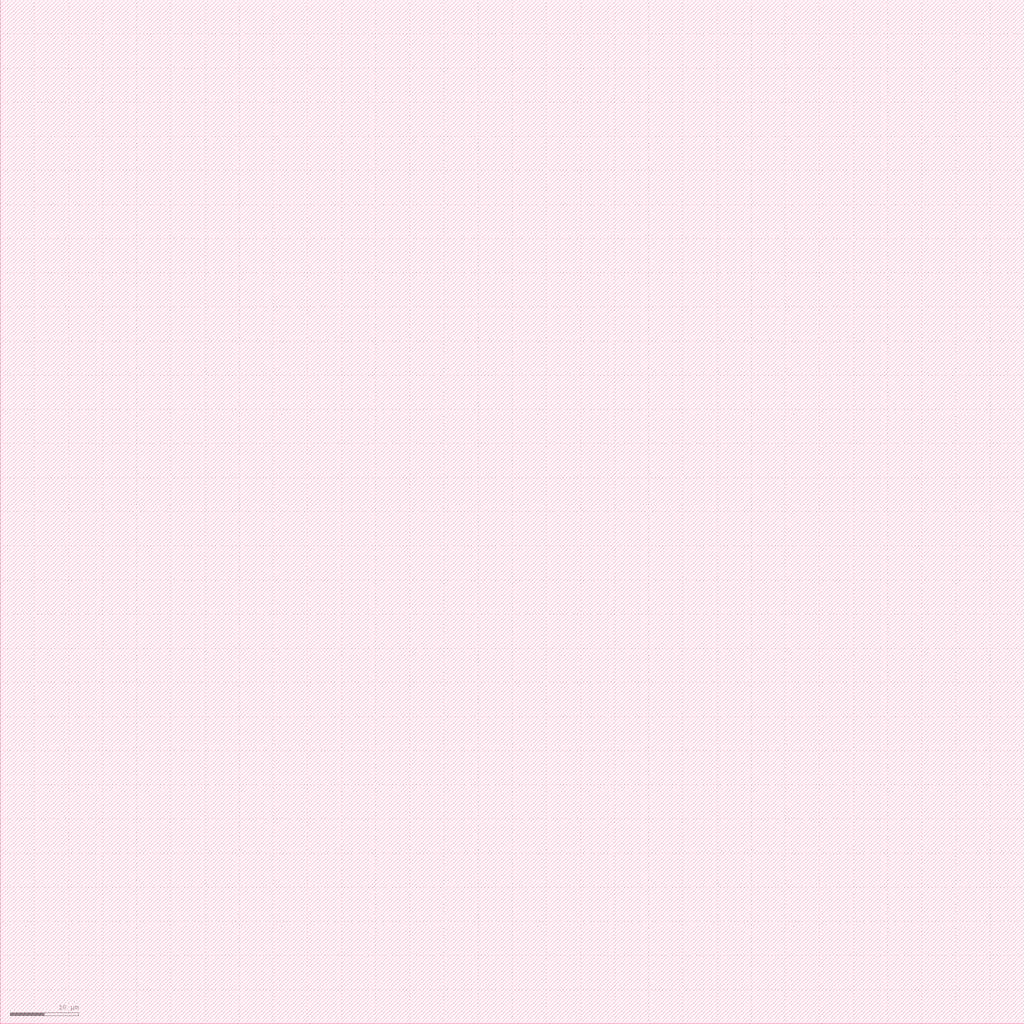
<source format=lef>
#
#
#    Example LEF file containing fake I/O, corner and filler cells
#
#    Copyright Symbiotic EDA GmbH 2019
#    Niels Moseley - niels@symbioticeda.com
#
#

VERSION 5.4 ;

UNITS
    DATABASE MICRONS 1000  ;
END UNITS

# add property definitions to make sure
# the 'MACRO' statement does not confuse
# the parser.
PROPERTYDEFINITIONS
  MACRO ivCellType STRING ;
END PROPERTYDEFINITIONS

MANUFACTURINGGRID 0.01000 ;
SITE io_site
    SYMMETRY Y  ;
    CLASS PAD  ;
    SIZE  1.000 BY 150.000 ;
END io_site

MACRO IOPAD
    CLASS PAD INOUT ;
    FOREIGN IOPAD 0 0 ;
    ORIGIN 0.000 0.000 ;
    SIZE 84.000 BY 150.000 ;
    SYMMETRY X Y ;
    SITE io_site ;
    PIN EN
        DIRECTION INPUT ;
        PORT
        LAYER MET1 ;
            RECT  4.000 149.540 5.800 150.000 ;
        END
    END EN
    PIN A
        DIRECTION INPUT ;
        PORT
        LAYER MET1 ;
            RECT  1.000 149.540 2.800 150.000 ;
        END
    END A
    PIN Y
        DIRECTION OUTPUT ;
        PORT
        LAYER MET1 ;
            RECT  28.000 149.540 29.800 150.000 ;
        END
    END Y
    PIN PAD
        DIRECTION INOUT ;
        PORT
        LAYER MET1 ;
            RECT  15.500 39.120 68.500 105.120 ;
        END
    END PAD
END IOPAD

MACRO PWRPAD
    CLASS PAD POWER ;
    FOREIGN PWRPAD 0 0 ;
    ORIGIN 0.000 0.000 ;
    SIZE 84.000 BY 150.000 ;
    SYMMETRY X Y ;
    SITE io_site ;
    PIN Y
        DIRECTION INPUT ;
        USE POWER ;
        PORT
        LAYER MET1 ;
            RECT  10.000 140.000 74.800 150.000 ;
        END
    END Y
    PIN PAD
        DIRECTION INPUT ;
        USE POWER ;
        PORT
        LAYER MET1 ;
            RECT  15.500 39.120 68.500 105.120 ;
        END
    END PAD
END PWRPAD

MACRO  CORNER
    CLASS PAD ;
    FOREIGN CORNER 0 0 ;
    ORIGIN 0.000 0.000 ;
    SIZE 150.000 BY 150.000 ;
    SYMMETRY R90 ;
    SITE io_site ;
END CORNER

MACRO  FILLER02
    CLASS PAD SPACER ;
    FOREIGN FILLER02 0 0 ;
    ORIGIN 0.000 0.000 ;
    SIZE 2.000 BY 150.000 ;
    SYMMETRY R90 ;
    SITE io_site ;
END FILLER02

MACRO  FILLER05
    CLASS PAD SPACER ;
    FOREIGN FILLER05 0 0 ;
    ORIGIN 0.000 0.000 ;
    SIZE 5.000 BY 150.000 ;
    SYMMETRY R90 ;
    SITE io_site ;
END FILLER05

MACRO  FILLER10
    CLASS PAD SPACER ;
    FOREIGN FILLER10 0 0 ;
    ORIGIN 0.000 0.000 ;
    SIZE 10.000 BY 150.000 ;
    SYMMETRY R90 ;
    SITE io_site ;
END FILLER10

MACRO  FILLER25
    CLASS PAD SPACER ;
    FOREIGN FILLER50 0 0 ;
    ORIGIN 0.000 0.000 ;
    SIZE 25.000 BY 150.000 ;
    SYMMETRY R90 ;
    SITE io_site ;
END FILLER25

MACRO  FILLER50
    CLASS PAD SPACER ;
    FOREIGN FILLER50 0 0 ;
    ORIGIN 0.000 0.000 ;
    SIZE 50.000 BY 150.000 ;
    SYMMETRY R90 ;
    SITE io_site ;
END FILLER50

END LIBRARY

</source>
